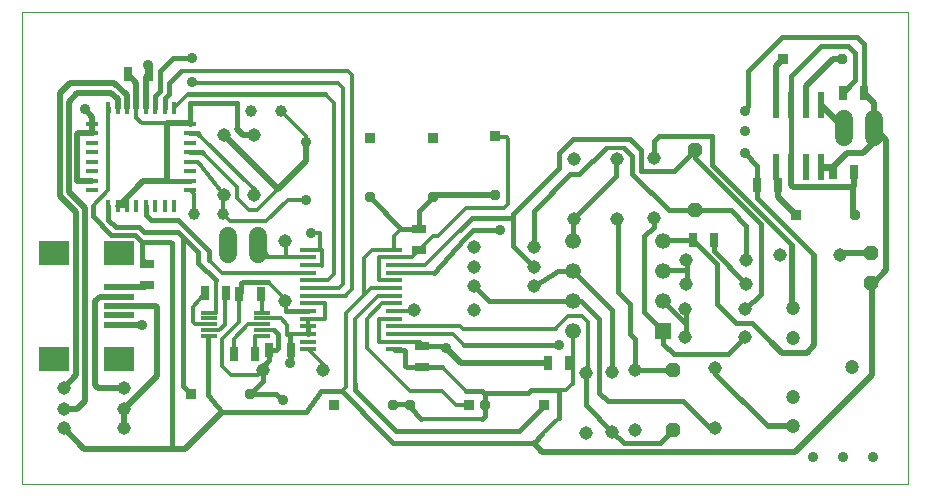
<source format=gtl>
G75*
%MOIN*%
%OFA0B0*%
%FSLAX25Y25*%
%IPPOS*%
%LPD*%
%AMOC8*
5,1,8,0,0,1.08239X$1,22.5*
%
%ADD10C,0.00039*%
%ADD11R,0.03150X0.04724*%
%ADD12C,0.03740*%
%ADD13R,0.03740X0.03740*%
%ADD14R,0.04724X0.03150*%
%ADD15C,0.03937*%
%ADD16OC8,0.04800*%
%ADD17R,0.09843X0.01969*%
%ADD18R,0.09843X0.07874*%
%ADD19R,0.05250X0.05250*%
%ADD20C,0.05250*%
%ADD21C,0.04500*%
%ADD22R,0.05709X0.01181*%
%ADD23R,0.02400X0.08700*%
%ADD24R,0.05500X0.01370*%
%ADD25R,0.01772X0.03937*%
%ADD26R,0.03937X0.01772*%
%ADD27C,0.03500*%
%ADD28C,0.04724*%
%ADD29C,0.06000*%
%ADD30C,0.01969*%
%ADD31C,0.01575*%
%ADD32C,0.01378*%
%ADD33C,0.01181*%
%ADD34C,0.03562*%
%ADD35C,0.01500*%
%ADD36C,0.01600*%
%ADD37C,0.02000*%
%ADD38C,0.01772*%
%ADD39C,0.02362*%
%ADD40C,0.01476*%
%ADD41C,0.01300*%
D10*
X0030978Y0001256D02*
X0030978Y0158736D01*
X0326339Y0158736D01*
X0326339Y0001256D01*
X0030978Y0001256D01*
D11*
X0101419Y0044780D03*
X0108505Y0044780D03*
X0113379Y0045909D03*
X0120466Y0045909D03*
X0110485Y0064740D03*
X0103399Y0064740D03*
X0099060Y0064969D03*
X0091974Y0064969D03*
X0206312Y0041528D03*
X0213399Y0041528D03*
X0254525Y0082559D03*
X0261611Y0082559D03*
X0275851Y0100801D03*
X0282937Y0100801D03*
X0301264Y0105187D03*
X0308351Y0105187D03*
X0311638Y0131687D03*
X0304552Y0131687D03*
X0073167Y0137831D03*
X0066080Y0137831D03*
D12*
X0146812Y0096902D03*
X0167796Y0096917D03*
X0188694Y0097496D03*
X0304241Y0142958D03*
X0308670Y0090962D03*
X0185277Y0027756D03*
X0160186Y0027587D03*
X0154655Y0027528D03*
X0106981Y0031354D03*
D13*
X0087296Y0031354D03*
X0134970Y0027528D03*
X0179871Y0027587D03*
X0204962Y0027756D03*
X0288985Y0090962D03*
X0284556Y0142958D03*
X0188694Y0117181D03*
X0167796Y0116602D03*
X0146812Y0116587D03*
D14*
X0163123Y0086335D03*
X0163123Y0079248D03*
X0164107Y0047240D03*
X0164107Y0040154D03*
X0072588Y0067662D03*
X0072588Y0074749D03*
D15*
X0088139Y0091213D03*
X0097981Y0091213D03*
X0107332Y0125760D03*
X0117174Y0125760D03*
D16*
X0255194Y0112555D03*
X0255194Y0092555D03*
X0313828Y0078311D03*
X0313828Y0068311D03*
X0247800Y0039398D03*
X0247800Y0019398D03*
D17*
X0063375Y0054331D03*
X0063375Y0057480D03*
X0063375Y0060630D03*
X0063375Y0063780D03*
X0063375Y0066929D03*
D18*
X0063375Y0078346D03*
X0041722Y0078346D03*
X0041722Y0042913D03*
X0063375Y0042913D03*
D19*
X0244627Y0052280D03*
D20*
X0244627Y0062280D03*
X0244627Y0072280D03*
X0244627Y0082280D03*
X0214627Y0082280D03*
X0214627Y0072280D03*
X0214627Y0062280D03*
X0214627Y0052280D03*
D21*
X0218828Y0038366D03*
X0227730Y0038780D03*
X0235147Y0039366D03*
X0252056Y0050350D03*
X0252056Y0059598D03*
X0252367Y0068087D03*
X0252367Y0076083D03*
X0272367Y0076083D03*
X0283619Y0077720D03*
X0272367Y0068087D03*
X0272056Y0059598D03*
X0272056Y0050350D03*
X0262060Y0039937D03*
X0262060Y0019937D03*
X0235147Y0019366D03*
X0227730Y0018780D03*
X0218828Y0018366D03*
X0181686Y0059268D03*
X0181596Y0067169D03*
X0181580Y0073732D03*
X0181580Y0080248D03*
X0201580Y0080248D03*
X0201580Y0073732D03*
X0201596Y0067169D03*
X0214899Y0089697D03*
X0229107Y0089626D03*
X0241422Y0090114D03*
X0241422Y0110114D03*
X0229107Y0109626D03*
X0214899Y0109697D03*
X0303619Y0077720D03*
X0161686Y0059268D03*
X0131155Y0039260D03*
X0111155Y0039260D03*
X0118615Y0062331D03*
X0118615Y0082331D03*
X0108123Y0097791D03*
X0098123Y0097791D03*
X0098123Y0117791D03*
X0108123Y0117791D03*
X0064745Y0033435D03*
X0064745Y0026171D03*
X0064745Y0019891D03*
X0044745Y0019891D03*
X0044745Y0026171D03*
X0044745Y0033435D03*
D22*
X0093202Y0050567D03*
X0093202Y0052535D03*
X0093202Y0054504D03*
X0093202Y0056472D03*
X0093202Y0058441D03*
X0110919Y0058441D03*
X0110919Y0056472D03*
X0110919Y0054504D03*
X0110919Y0052535D03*
X0110919Y0050567D03*
D23*
X0282327Y0106918D03*
X0287327Y0106918D03*
X0292327Y0106918D03*
X0297327Y0106918D03*
X0297327Y0127518D03*
X0292327Y0127518D03*
X0287327Y0127518D03*
X0282327Y0127518D03*
D24*
X0155017Y0079425D03*
X0155017Y0076866D03*
X0155017Y0074307D03*
X0155017Y0071748D03*
X0155017Y0069189D03*
X0155017Y0066630D03*
X0155017Y0064071D03*
X0155017Y0061512D03*
X0155017Y0058953D03*
X0155017Y0056394D03*
X0155017Y0053835D03*
X0155017Y0051276D03*
X0155017Y0048717D03*
X0155017Y0046157D03*
X0126230Y0046157D03*
X0126230Y0048717D03*
X0126230Y0051276D03*
X0126230Y0053835D03*
X0126230Y0056394D03*
X0126230Y0058953D03*
X0126230Y0061512D03*
X0126230Y0064071D03*
X0126230Y0066630D03*
X0126230Y0069189D03*
X0126230Y0071748D03*
X0126230Y0074307D03*
X0126230Y0076866D03*
X0126230Y0079425D03*
D25*
X0081647Y0093953D03*
X0078497Y0093953D03*
X0075348Y0093953D03*
X0072198Y0093953D03*
X0069048Y0093953D03*
X0065899Y0093953D03*
X0062749Y0093953D03*
X0059600Y0093953D03*
X0059600Y0126630D03*
X0062749Y0126630D03*
X0065899Y0126630D03*
X0069048Y0126630D03*
X0072198Y0126630D03*
X0075348Y0126630D03*
X0078497Y0126630D03*
X0081647Y0126630D03*
D26*
X0086962Y0121315D03*
X0086962Y0118165D03*
X0086962Y0115016D03*
X0086962Y0111866D03*
X0086962Y0108717D03*
X0086962Y0105567D03*
X0086962Y0102417D03*
X0086962Y0099268D03*
X0054285Y0099268D03*
X0054285Y0102417D03*
X0054285Y0105567D03*
X0054285Y0108717D03*
X0054285Y0111866D03*
X0054285Y0115016D03*
X0054285Y0118165D03*
X0054285Y0121315D03*
D27*
X0125623Y0115291D03*
X0125623Y0096091D03*
D28*
X0288009Y0059862D03*
X0288009Y0050020D03*
X0307694Y0040177D03*
X0288009Y0030335D03*
X0288009Y0020492D03*
D29*
X0304906Y0116994D02*
X0304906Y0122994D01*
X0314906Y0122994D02*
X0314906Y0116994D01*
X0109481Y0083980D02*
X0109481Y0077980D01*
X0099481Y0077980D02*
X0099481Y0083980D01*
D30*
X0072588Y0067662D02*
X0071855Y0066929D01*
X0063375Y0066929D01*
X0063375Y0063780D02*
X0056769Y0063780D01*
X0055269Y0062280D01*
X0055269Y0034228D01*
X0056253Y0033244D01*
X0064555Y0033244D01*
X0064745Y0033435D01*
X0064745Y0026171D02*
X0075938Y0037364D01*
X0075938Y0060311D01*
X0075619Y0060630D01*
X0063375Y0060630D01*
X0063375Y0054331D02*
X0070942Y0054331D01*
X0071017Y0054406D01*
X0048871Y0037561D02*
X0044745Y0033435D01*
X0048871Y0037561D02*
X0048871Y0091807D01*
X0043458Y0097220D01*
X0043458Y0131669D01*
X0046903Y0135114D01*
X0061667Y0135114D01*
X0065899Y0130882D01*
X0065899Y0126630D01*
X0069048Y0126630D02*
X0069048Y0134862D01*
X0066080Y0137831D01*
X0072198Y0136862D02*
X0072198Y0126630D01*
X0062749Y0126630D02*
X0062749Y0129602D01*
X0060682Y0131669D01*
X0049363Y0131669D01*
X0046411Y0128717D01*
X0046411Y0098697D01*
X0051824Y0093283D01*
X0051824Y0028815D01*
X0049180Y0026171D01*
X0044745Y0026171D01*
X0044745Y0019891D02*
X0051570Y0013067D01*
X0080859Y0013067D01*
X0080859Y0013643D01*
X0080859Y0013067D02*
X0085289Y0013067D01*
X0097592Y0025370D01*
X0120230Y0041610D02*
X0120466Y0041846D01*
X0120466Y0045909D01*
X0172395Y0046531D02*
X0177399Y0041528D01*
X0206312Y0041528D01*
X0201430Y0015035D02*
X0204383Y0012083D01*
X0288537Y0012083D01*
X0314127Y0037673D01*
X0314127Y0068012D01*
X0313828Y0068311D01*
X0314745Y0068311D01*
X0319048Y0072614D01*
X0319048Y0115851D01*
X0314906Y0119994D01*
X0314906Y0128419D01*
X0311638Y0131687D01*
X0304906Y0119994D02*
X0297381Y0127518D01*
X0297327Y0127518D01*
X0292327Y0127518D02*
X0292327Y0133983D01*
X0301302Y0142958D01*
X0304241Y0142958D01*
X0284556Y0142958D02*
X0282327Y0140730D01*
X0282327Y0127518D01*
X0301264Y0106995D02*
X0305761Y0111492D01*
X0311174Y0111492D01*
X0314619Y0114937D01*
X0314619Y0119707D01*
X0314906Y0119994D01*
X0301264Y0106995D02*
X0301264Y0105187D01*
X0308351Y0105187D02*
X0308351Y0100665D01*
X0307859Y0100173D01*
X0288044Y0100173D01*
X0287327Y0100891D01*
X0287327Y0106918D01*
X0282937Y0100801D02*
X0282937Y0097009D01*
X0288985Y0090962D01*
X0307859Y0091773D02*
X0307859Y0100173D01*
X0307859Y0091773D02*
X0308670Y0090962D01*
X0304210Y0078311D02*
X0303619Y0077720D01*
X0304210Y0078311D02*
X0313828Y0078311D01*
X0294934Y0077535D02*
X0294934Y0047516D01*
X0292474Y0045055D01*
X0284107Y0045055D01*
X0280663Y0048500D01*
X0288009Y0059862D02*
X0287552Y0060319D01*
X0287552Y0080980D01*
X0188694Y0097496D02*
X0168375Y0097496D01*
X0167796Y0096917D01*
X0073167Y0137831D02*
X0072198Y0136862D01*
X0054285Y0123795D02*
X0051824Y0126256D01*
X0054285Y0123795D02*
X0054285Y0121315D01*
X0054285Y0118165D01*
X0049639Y0118165D01*
X0049363Y0117890D01*
X0049363Y0102417D01*
X0054285Y0102417D01*
X0064745Y0026171D02*
X0064745Y0019891D01*
X0279537Y0020492D02*
X0288009Y0020492D01*
D31*
X0251214Y0028815D02*
X0226115Y0028815D01*
X0223163Y0031768D01*
X0223163Y0056374D01*
X0217257Y0062280D01*
X0214627Y0062280D01*
X0186485Y0062280D01*
X0181596Y0067169D01*
X0194541Y0080772D02*
X0201580Y0073732D01*
X0201580Y0080248D02*
X0201580Y0092449D01*
X0213733Y0104602D01*
X0216686Y0104602D01*
X0225544Y0113461D01*
X0231450Y0113461D02*
X0234403Y0110508D01*
X0234403Y0104602D01*
X0246450Y0092555D01*
X0255194Y0092555D01*
X0241422Y0090114D02*
X0241422Y0087016D01*
X0238340Y0083933D01*
X0238340Y0058567D01*
X0244627Y0052280D01*
X0244627Y0048118D02*
X0248182Y0044563D01*
X0266269Y0044563D01*
X0272056Y0050350D01*
X0274265Y0054898D02*
X0280663Y0048500D01*
X0274265Y0054898D02*
X0268852Y0054898D01*
X0262454Y0061295D01*
X0262454Y0074630D01*
X0254525Y0082559D01*
X0244907Y0082559D01*
X0244627Y0082280D01*
X0229481Y0089252D02*
X0229481Y0065232D01*
X0233419Y0061295D01*
X0233419Y0051453D01*
X0235147Y0049724D01*
X0235147Y0039366D01*
X0237832Y0039366D01*
X0247800Y0039398D01*
X0227730Y0038780D02*
X0227730Y0059177D01*
X0214627Y0072280D01*
X0194541Y0080772D02*
X0194541Y0089839D01*
X0194541Y0091315D01*
X0209796Y0106571D01*
X0209796Y0111492D01*
X0214718Y0116413D01*
X0233419Y0116413D01*
X0237356Y0112476D01*
X0237356Y0105587D01*
X0248226Y0105587D01*
X0255194Y0112555D01*
X0255194Y0112354D01*
X0258025Y0117398D02*
X0243261Y0117398D01*
X0241422Y0115559D01*
X0241422Y0110114D01*
X0275851Y0100801D02*
X0275851Y0096619D01*
X0294934Y0077535D01*
X0272367Y0068087D02*
X0261611Y0078843D01*
X0261611Y0082559D01*
X0229481Y0089252D02*
X0229107Y0089626D01*
X0190111Y0085902D02*
X0181253Y0085902D01*
X0178300Y0082949D01*
X0102623Y0119791D02*
X0102513Y0119791D01*
X0102513Y0128224D01*
X0086962Y0128224D01*
X0086962Y0121315D01*
X0086962Y0118165D02*
X0089624Y0118165D01*
X0089998Y0117791D01*
X0090923Y0111866D02*
X0086962Y0111866D01*
X0090923Y0111866D02*
X0091248Y0111541D01*
X0078497Y0126630D02*
X0078497Y0129799D01*
X0079875Y0131177D01*
X0079875Y0135114D01*
X0083812Y0139051D01*
X0081190Y0143319D02*
X0076922Y0139051D01*
X0076922Y0132161D01*
X0075348Y0130587D01*
X0075348Y0126630D01*
X0086194Y0131177D02*
X0132009Y0131177D01*
X0087442Y0143319D02*
X0081190Y0143319D01*
X0072198Y0093953D02*
X0072198Y0091118D01*
X0073970Y0089346D01*
X0082828Y0089346D01*
X0093163Y0079012D01*
X0093163Y0076059D01*
X0089718Y0075075D02*
X0095623Y0069169D01*
X0089718Y0075075D02*
X0089718Y0078520D01*
X0084550Y0083687D01*
X0082828Y0085409D01*
X0071509Y0085409D01*
X0070033Y0086886D01*
X0068556Y0084425D02*
X0071017Y0081965D01*
X0071017Y0076320D01*
X0072588Y0074749D01*
X0080367Y0081965D02*
X0080859Y0081472D01*
X0080859Y0013643D01*
X0141883Y0032752D02*
X0155663Y0018972D01*
X0196509Y0018972D01*
X0197985Y0020449D01*
X0201430Y0015035D02*
X0204383Y0017988D01*
X0201430Y0015035D02*
X0154678Y0015035D01*
X0151726Y0017988D01*
X0141883Y0032752D02*
X0141883Y0034720D01*
X0218828Y0038366D02*
X0218828Y0027681D01*
X0227730Y0018780D01*
X0231474Y0015035D01*
X0243438Y0015035D01*
X0247800Y0019398D01*
X0301264Y0105187D02*
X0301264Y0106011D01*
X0287327Y0127518D02*
X0287327Y0137350D01*
X0297395Y0147417D01*
X0306253Y0147417D01*
X0308714Y0144957D01*
X0308714Y0135849D01*
X0304552Y0131687D01*
X0080367Y0081965D02*
X0071017Y0081965D01*
X0068556Y0084425D02*
X0060682Y0084425D01*
X0054560Y0090547D01*
X0054560Y0094051D01*
D32*
X0086962Y0099268D02*
X0088139Y0098091D01*
X0088139Y0091213D01*
X0097981Y0091213D02*
X0097981Y0097650D01*
X0098123Y0097791D01*
X0089718Y0108539D01*
X0087139Y0108539D01*
X0086962Y0108717D01*
X0091248Y0111541D02*
X0102513Y0100277D01*
X0102513Y0096728D01*
X0106450Y0092791D01*
X0109403Y0092791D01*
X0116248Y0099637D01*
X0116248Y0099666D01*
X0119593Y0096091D02*
X0125623Y0096091D01*
X0119593Y0096091D02*
X0112356Y0088854D01*
X0100340Y0088854D01*
X0097981Y0091213D01*
X0108123Y0097791D02*
X0108123Y0099666D01*
X0089998Y0117791D01*
X0079373Y0121541D02*
X0070810Y0121541D01*
X0069048Y0123303D01*
X0069048Y0126630D01*
X0081647Y0126630D02*
X0086194Y0131177D01*
X0087916Y0134813D02*
X0136278Y0134813D01*
X0137946Y0133146D01*
X0137946Y0067953D01*
X0136623Y0066630D01*
X0126230Y0066630D01*
X0126230Y0064071D02*
X0138903Y0064071D01*
X0138903Y0064220D01*
X0140899Y0066217D01*
X0140899Y0137791D01*
X0139639Y0139051D01*
X0083812Y0139051D01*
X0087442Y0135287D02*
X0087916Y0134813D01*
X0073167Y0137831D02*
X0073167Y0139854D01*
X0072985Y0141020D01*
X0117174Y0125760D02*
X0125623Y0117311D01*
X0125623Y0115291D01*
X0134993Y0128193D02*
X0134993Y0071177D01*
X0133005Y0069189D01*
X0132993Y0069201D01*
X0133005Y0069189D02*
X0126230Y0069189D01*
X0126230Y0071748D02*
X0097474Y0071748D01*
X0093163Y0076059D01*
X0109481Y0080980D02*
X0113340Y0076866D01*
X0112611Y0076866D01*
X0113340Y0076866D02*
X0118753Y0076866D01*
X0118753Y0082193D01*
X0118615Y0082331D01*
X0126230Y0079425D02*
X0130072Y0079425D01*
X0130072Y0084917D01*
X0127119Y0084917D01*
X0130072Y0079425D02*
X0131056Y0079425D01*
X0131056Y0074091D01*
X0130840Y0074307D01*
X0126230Y0074307D01*
X0126230Y0076866D02*
X0118753Y0076866D01*
X0112848Y0068677D02*
X0118615Y0062909D01*
X0118615Y0062331D01*
X0119041Y0061906D01*
X0119041Y0058953D01*
X0126230Y0061512D02*
X0132041Y0061512D01*
X0132041Y0056374D01*
X0126249Y0056374D01*
X0126230Y0056394D01*
X0126230Y0053835D01*
X0126230Y0051276D02*
X0120230Y0051276D01*
X0119245Y0051276D02*
X0119245Y0054406D01*
X0126230Y0046157D02*
X0131155Y0041232D01*
X0131155Y0039260D01*
X0137454Y0032260D02*
X0138930Y0033736D01*
X0138930Y0058343D01*
X0144836Y0064248D01*
X0147218Y0066630D01*
X0155017Y0066630D01*
X0155017Y0064071D02*
X0149580Y0064071D01*
X0141883Y0056374D01*
X0141883Y0034720D01*
X0145820Y0046531D02*
X0160092Y0032260D01*
X0170919Y0032260D01*
X0175592Y0027587D01*
X0179871Y0027587D01*
X0178793Y0032260D02*
X0170919Y0040134D01*
X0178300Y0047516D02*
X0174541Y0051276D01*
X0155017Y0051276D01*
X0155017Y0053835D02*
X0176745Y0053835D01*
X0176824Y0053913D01*
X0177808Y0052929D01*
X0208812Y0052929D01*
X0214627Y0052280D02*
X0214718Y0052189D01*
X0214718Y0041610D01*
X0214718Y0034720D01*
X0214226Y0034720D01*
X0212257Y0032752D01*
X0210289Y0032752D01*
X0209796Y0032260D01*
X0218828Y0038366D02*
X0219147Y0039150D01*
X0209796Y0023402D02*
X0204383Y0017988D01*
X0184206Y0022909D02*
X0164029Y0022909D01*
X0145820Y0046531D02*
X0145820Y0056374D01*
X0150958Y0061512D01*
X0155017Y0061512D01*
X0155017Y0058953D02*
X0161371Y0058953D01*
X0161686Y0059268D01*
X0155017Y0056394D02*
X0149777Y0056394D01*
X0149757Y0056374D01*
X0149757Y0048717D01*
X0155017Y0048717D01*
X0162631Y0048717D01*
X0162631Y0048716D02*
X0162706Y0048714D01*
X0162780Y0048708D01*
X0162855Y0048699D01*
X0162928Y0048686D01*
X0163001Y0048669D01*
X0163073Y0048648D01*
X0163144Y0048624D01*
X0163213Y0048596D01*
X0163281Y0048565D01*
X0163347Y0048531D01*
X0163412Y0048493D01*
X0163474Y0048451D01*
X0163534Y0048407D01*
X0163592Y0048360D01*
X0163648Y0048310D01*
X0163701Y0048257D01*
X0163751Y0048201D01*
X0163798Y0048143D01*
X0163842Y0048083D01*
X0163884Y0048021D01*
X0163922Y0047956D01*
X0163956Y0047890D01*
X0163987Y0047822D01*
X0164015Y0047753D01*
X0164039Y0047682D01*
X0164060Y0047610D01*
X0164077Y0047537D01*
X0164090Y0047464D01*
X0164099Y0047389D01*
X0164105Y0047315D01*
X0164107Y0047240D01*
X0164105Y0047315D01*
X0164099Y0047389D01*
X0164090Y0047464D01*
X0164077Y0047537D01*
X0164060Y0047610D01*
X0164039Y0047682D01*
X0164015Y0047753D01*
X0163987Y0047822D01*
X0163956Y0047890D01*
X0163922Y0047956D01*
X0163884Y0048021D01*
X0163842Y0048083D01*
X0163798Y0048143D01*
X0163751Y0048201D01*
X0163701Y0048257D01*
X0163648Y0048310D01*
X0163592Y0048360D01*
X0163534Y0048407D01*
X0163474Y0048451D01*
X0163412Y0048493D01*
X0163347Y0048531D01*
X0163281Y0048565D01*
X0163213Y0048596D01*
X0163144Y0048624D01*
X0163073Y0048648D01*
X0163001Y0048669D01*
X0162928Y0048686D01*
X0162855Y0048699D01*
X0162780Y0048708D01*
X0162706Y0048714D01*
X0162631Y0048716D01*
X0144836Y0064248D02*
X0144836Y0076551D01*
X0147710Y0079425D01*
X0155017Y0079425D01*
X0155017Y0083972D01*
X0157379Y0086335D01*
X0163537Y0079504D02*
X0167966Y0083933D01*
X0169442Y0083933D01*
X0178793Y0093283D01*
X0191588Y0093283D01*
X0193064Y0094760D01*
X0193064Y0116413D01*
X0192572Y0116906D01*
X0189127Y0116906D01*
X0188694Y0117181D01*
X0134993Y0128193D02*
X0132009Y0131177D01*
X0176883Y0085902D02*
X0177316Y0085902D01*
X0176883Y0085902D02*
X0165289Y0074307D01*
X0155017Y0074307D01*
X0155017Y0071748D02*
X0168084Y0071748D01*
X0160741Y0076866D02*
X0155017Y0076866D01*
X0149757Y0076866D01*
X0149757Y0069169D01*
X0155017Y0069169D01*
X0155017Y0069189D01*
X0160741Y0076866D02*
X0163123Y0079248D01*
X0163537Y0079504D01*
X0103399Y0064740D02*
X0103399Y0055291D01*
X0097592Y0049484D01*
X0097592Y0040626D01*
X0100544Y0037673D01*
X0109568Y0037673D01*
X0111155Y0039260D01*
X0106981Y0031354D02*
X0106863Y0031354D01*
X0088635Y0054504D02*
X0087749Y0055390D01*
X0087749Y0060252D01*
X0091974Y0064969D01*
X0272056Y0059598D02*
X0272076Y0059598D01*
D33*
X0219639Y0055390D02*
X0219639Y0038366D01*
X0218828Y0038366D01*
X0214718Y0041610D02*
X0214635Y0041528D01*
X0213399Y0041528D01*
X0208812Y0052929D02*
X0208812Y0053421D01*
X0212749Y0057358D01*
X0217670Y0057358D01*
X0219639Y0055390D01*
X0155170Y0046157D02*
X0155170Y0046039D01*
X0155170Y0046157D02*
X0155017Y0046157D01*
X0119245Y0054406D02*
X0117178Y0056472D01*
X0110919Y0056472D01*
X0110919Y0054504D02*
X0106135Y0054504D01*
X0101419Y0049787D01*
X0101419Y0044780D01*
X0108505Y0044780D02*
X0108505Y0050567D01*
X0110919Y0050567D01*
X0110919Y0052535D02*
X0115210Y0052535D01*
X0115308Y0052437D01*
X0110919Y0058441D02*
X0110919Y0064307D01*
X0110485Y0064740D01*
X0099060Y0064969D02*
X0098576Y0063992D01*
X0098576Y0054406D01*
X0096706Y0052535D01*
X0093202Y0052535D01*
X0093202Y0050567D02*
X0092832Y0050197D01*
X0093202Y0054504D02*
X0088635Y0054504D01*
X0093202Y0058441D02*
X0095623Y0058441D01*
X0095623Y0069169D01*
X0059698Y0099189D02*
X0054560Y0094051D01*
X0059698Y0099189D02*
X0059698Y0125764D01*
D34*
X0051824Y0126256D03*
X0072985Y0141020D03*
X0087442Y0143319D03*
X0087442Y0135287D03*
X0127119Y0084917D03*
X0071017Y0054406D03*
X0120230Y0041610D03*
X0117769Y0029307D03*
X0172395Y0046531D03*
X0209796Y0047516D03*
X0190111Y0085902D03*
X0271804Y0111492D03*
X0271804Y0118874D03*
X0271804Y0125764D03*
X0294434Y0010390D03*
X0304513Y0010390D03*
X0314592Y0010390D03*
D35*
X0252056Y0050350D02*
X0252119Y0050469D01*
X0252119Y0055390D01*
X0251627Y0055390D01*
X0244737Y0062280D01*
X0244627Y0062280D01*
X0252056Y0059598D02*
X0252119Y0059327D01*
X0252119Y0055390D01*
X0272056Y0059598D02*
X0272296Y0059819D01*
X0252611Y0068185D02*
X0252367Y0068087D01*
X0252611Y0068185D02*
X0252611Y0072614D01*
X0244737Y0072614D01*
X0244627Y0072280D01*
X0252611Y0072614D02*
X0252611Y0076059D01*
X0252367Y0076083D01*
X0229481Y0089346D02*
X0229107Y0089626D01*
X0215210Y0090331D02*
X0214899Y0089697D01*
X0214718Y0089346D01*
X0214718Y0082457D01*
X0214627Y0082280D01*
X0215210Y0090331D02*
X0228989Y0104110D01*
X0228989Y0109524D01*
X0229107Y0109626D01*
X0164029Y0086394D02*
X0163123Y0086335D01*
X0214627Y0072280D02*
X0214718Y0072122D01*
X0170919Y0040134D02*
X0164521Y0040134D01*
X0164107Y0040154D01*
X0164029Y0040134D01*
X0159107Y0040134D01*
X0158615Y0040626D01*
X0158615Y0045547D01*
X0158123Y0046039D01*
X0155170Y0046039D01*
X0137454Y0032260D02*
X0130564Y0032260D01*
X0125643Y0025370D01*
X0097592Y0025370D01*
X0092832Y0031082D01*
X0137454Y0032260D02*
X0151726Y0017988D01*
X0160092Y0026846D02*
X0164029Y0022909D01*
X0160092Y0026846D02*
X0160186Y0027587D01*
X0160092Y0027831D01*
X0154678Y0027831D01*
X0154655Y0027528D01*
X0178793Y0032260D02*
X0184206Y0032260D01*
X0185190Y0031276D01*
X0185682Y0031768D01*
X0199462Y0031768D01*
X0200446Y0032752D01*
X0209304Y0032752D01*
X0209796Y0032260D01*
X0209796Y0023402D01*
X0204875Y0027339D02*
X0204962Y0027756D01*
X0204875Y0027339D02*
X0197985Y0020449D01*
X0185190Y0023894D02*
X0185190Y0027339D01*
X0185277Y0027756D01*
X0185190Y0028323D01*
X0185190Y0031276D01*
X0179777Y0027831D02*
X0179871Y0027587D01*
X0184206Y0022909D02*
X0185190Y0023894D01*
X0054285Y0118165D02*
X0054285Y0118382D01*
X0059698Y0125764D02*
X0059600Y0126630D01*
D36*
X0059600Y0093953D02*
X0059600Y0089445D01*
X0062159Y0086886D01*
X0070033Y0086886D01*
X0084550Y0083687D02*
X0084550Y0034100D01*
X0087296Y0031354D01*
X0092832Y0031082D02*
X0092832Y0050197D01*
X0111155Y0040409D02*
X0111155Y0039260D01*
X0111155Y0035528D01*
X0106981Y0031354D01*
X0115722Y0031354D01*
X0117769Y0029307D01*
X0111155Y0040409D02*
X0113340Y0042594D01*
X0113340Y0045870D01*
X0113379Y0045909D01*
X0115670Y0045909D01*
X0116293Y0046531D01*
X0116293Y0051453D01*
X0115308Y0052437D01*
X0119245Y0051276D02*
X0120230Y0051276D01*
X0120230Y0046146D01*
X0120466Y0045909D01*
X0126230Y0051276D02*
X0126230Y0053835D01*
X0126230Y0056374D02*
X0126230Y0056394D01*
X0126230Y0058953D02*
X0119041Y0058953D01*
X0110919Y0064740D02*
X0110485Y0064740D01*
X0112848Y0068677D02*
X0104481Y0068677D01*
X0103989Y0068185D01*
X0103989Y0065331D01*
X0103399Y0064740D01*
X0163123Y0086335D02*
X0163123Y0092244D01*
X0167796Y0096917D01*
X0176883Y0085902D02*
X0180820Y0089839D01*
X0194541Y0089839D01*
X0178300Y0082949D02*
X0168084Y0071748D01*
X0201596Y0067169D02*
X0209659Y0072280D01*
X0214627Y0072280D01*
X0244627Y0052280D02*
X0244627Y0048118D01*
X0262060Y0039937D02*
X0262060Y0037969D01*
X0279537Y0020492D01*
X0262060Y0019937D02*
X0260092Y0019937D01*
X0251214Y0028815D01*
X0209796Y0047516D02*
X0178300Y0047516D01*
X0172395Y0046531D02*
X0171686Y0047240D01*
X0164107Y0047240D01*
X0255194Y0092555D02*
X0267119Y0092555D01*
X0272296Y0087378D01*
X0272296Y0076154D01*
X0272367Y0076083D01*
X0287552Y0080980D02*
X0260978Y0107555D01*
X0260978Y0117398D01*
X0258025Y0117398D01*
X0255194Y0112555D02*
X0255194Y0109894D01*
X0277218Y0087870D01*
X0277218Y0064760D01*
X0272056Y0059598D01*
X0275851Y0100801D02*
X0275851Y0107446D01*
X0271804Y0111492D01*
X0282327Y0106918D02*
X0282327Y0101411D01*
X0282937Y0100801D01*
X0287327Y0106918D02*
X0287327Y0127518D01*
X0272789Y0127240D02*
X0271804Y0125764D01*
X0272789Y0127240D02*
X0272789Y0139051D01*
X0284107Y0150370D01*
X0309206Y0150370D01*
X0311638Y0147938D01*
X0311638Y0131687D01*
X0308370Y0105206D02*
X0308351Y0105187D01*
D37*
X0163123Y0086335D02*
X0163123Y0085916D01*
X0161873Y0085916D01*
X0125623Y0109041D02*
X0125623Y0115291D01*
X0125623Y0109041D02*
X0116248Y0099666D01*
X0098123Y0117791D01*
X0102623Y0119791D02*
X0104623Y0117791D01*
X0108123Y0117791D01*
X0086962Y0121315D02*
X0086623Y0121654D01*
X0086873Y0121541D02*
X0086962Y0121315D01*
X0086873Y0121541D02*
X0079373Y0121541D01*
X0079373Y0102166D01*
X0071248Y0102166D01*
X0063123Y0094041D01*
X0062749Y0093953D01*
X0108123Y0097791D02*
X0108123Y0099666D01*
D38*
X0086962Y0102417D02*
X0079624Y0102417D01*
X0079594Y0102415D01*
X0079564Y0102410D01*
X0079535Y0102401D01*
X0079507Y0102388D01*
X0079481Y0102373D01*
X0079458Y0102354D01*
X0079436Y0102332D01*
X0079417Y0102309D01*
X0079402Y0102283D01*
X0079389Y0102255D01*
X0079380Y0102226D01*
X0079375Y0102196D01*
X0079373Y0102166D01*
X0146812Y0096902D02*
X0157379Y0086335D01*
X0163123Y0086335D01*
D39*
X0297327Y0106918D02*
X0301264Y0106918D01*
X0301264Y0105187D01*
D40*
X0231450Y0113461D02*
X0225544Y0113461D01*
D41*
X0065899Y0093953D02*
X0062749Y0093953D01*
M02*

</source>
